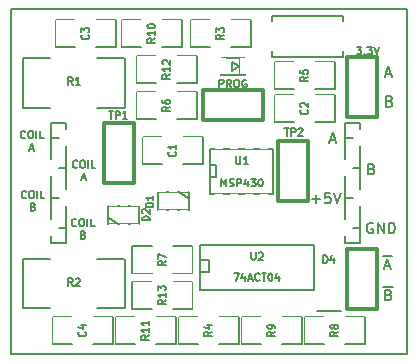
<source format=gto>
G04 (created by PCBNEW (2013-03-10 BZR 3992)-stable) date 3/16/2013 6:13:18 PM*
%MOIN*%
G04 Gerber Fmt 3.4, Leading zero omitted, Abs format*
%FSLAX34Y34*%
G01*
G70*
G90*
G04 APERTURE LIST*
%ADD10C,0.000393701*%
%ADD11C,0.006*%
%ADD12C,0.005*%
%ADD13C,0.008*%
%ADD14C,0.012*%
%ADD15C,0.0026*%
%ADD16C,0.0059*%
%ADD17R,0.031474X0.062974*%
%ADD18R,0.027874X0.052874*%
%ADD19R,0.067874X0.087874*%
%ADD20R,0.062874X0.062874*%
%ADD21C,0.062874*%
%ADD22R,0.0314961X0.0551181*%
%ADD23R,0.066874X0.055074*%
%ADD24R,0.086574X0.125974*%
%ADD25R,0.124409X0.057874*%
%ADD26R,0.11811X0.0944882*%
%ADD27C,0.087874*%
%ADD28R,0.0295276X0.0393701*%
G04 APERTURE END LIST*
G54D10*
G54D11*
X0Y11500D02*
X13200Y11500D01*
X0Y0D02*
X13200Y0D01*
X10200Y1450D02*
X11000Y1450D01*
X2185Y4297D02*
X2173Y4285D01*
X2138Y4273D01*
X2114Y4273D01*
X2078Y4285D01*
X2054Y4309D01*
X2042Y4333D01*
X2030Y4380D01*
X2030Y4416D01*
X2042Y4464D01*
X2054Y4488D01*
X2078Y4511D01*
X2114Y4523D01*
X2138Y4523D01*
X2173Y4511D01*
X2185Y4500D01*
X2340Y4523D02*
X2388Y4523D01*
X2411Y4511D01*
X2435Y4488D01*
X2447Y4440D01*
X2447Y4357D01*
X2435Y4309D01*
X2411Y4285D01*
X2388Y4273D01*
X2340Y4273D01*
X2316Y4285D01*
X2292Y4309D01*
X2280Y4357D01*
X2280Y4440D01*
X2292Y4488D01*
X2316Y4511D01*
X2340Y4523D01*
X2554Y4273D02*
X2554Y4523D01*
X2792Y4273D02*
X2673Y4273D01*
X2673Y4523D01*
X2417Y3994D02*
X2453Y3982D01*
X2465Y3970D01*
X2477Y3947D01*
X2477Y3911D01*
X2465Y3887D01*
X2453Y3875D01*
X2429Y3863D01*
X2334Y3863D01*
X2334Y4113D01*
X2417Y4113D01*
X2441Y4101D01*
X2453Y4090D01*
X2465Y4066D01*
X2465Y4042D01*
X2453Y4018D01*
X2441Y4006D01*
X2417Y3994D01*
X2334Y3994D01*
X2210Y6247D02*
X2198Y6235D01*
X2163Y6223D01*
X2139Y6223D01*
X2103Y6235D01*
X2079Y6259D01*
X2067Y6283D01*
X2055Y6330D01*
X2055Y6366D01*
X2067Y6414D01*
X2079Y6438D01*
X2103Y6461D01*
X2139Y6473D01*
X2163Y6473D01*
X2198Y6461D01*
X2210Y6450D01*
X2365Y6473D02*
X2413Y6473D01*
X2436Y6461D01*
X2460Y6438D01*
X2472Y6390D01*
X2472Y6307D01*
X2460Y6259D01*
X2436Y6235D01*
X2413Y6223D01*
X2365Y6223D01*
X2341Y6235D01*
X2317Y6259D01*
X2305Y6307D01*
X2305Y6390D01*
X2317Y6438D01*
X2341Y6461D01*
X2365Y6473D01*
X2579Y6223D02*
X2579Y6473D01*
X2817Y6223D02*
X2698Y6223D01*
X2698Y6473D01*
X2365Y5885D02*
X2484Y5885D01*
X2341Y5813D02*
X2425Y6063D01*
X2508Y5813D01*
X510Y5222D02*
X498Y5210D01*
X463Y5198D01*
X439Y5198D01*
X403Y5210D01*
X379Y5234D01*
X367Y5258D01*
X355Y5305D01*
X355Y5341D01*
X367Y5389D01*
X379Y5413D01*
X403Y5436D01*
X439Y5448D01*
X463Y5448D01*
X498Y5436D01*
X510Y5425D01*
X665Y5448D02*
X713Y5448D01*
X736Y5436D01*
X760Y5413D01*
X772Y5365D01*
X772Y5282D01*
X760Y5234D01*
X736Y5210D01*
X713Y5198D01*
X665Y5198D01*
X641Y5210D01*
X617Y5234D01*
X605Y5282D01*
X605Y5365D01*
X617Y5413D01*
X641Y5436D01*
X665Y5448D01*
X879Y5198D02*
X879Y5448D01*
X1117Y5198D02*
X998Y5198D01*
X998Y5448D01*
X742Y4919D02*
X778Y4907D01*
X790Y4895D01*
X802Y4872D01*
X802Y4836D01*
X790Y4812D01*
X778Y4800D01*
X754Y4788D01*
X659Y4788D01*
X659Y5038D01*
X742Y5038D01*
X766Y5026D01*
X778Y5015D01*
X790Y4991D01*
X790Y4967D01*
X778Y4943D01*
X766Y4931D01*
X742Y4919D01*
X659Y4919D01*
X485Y7222D02*
X473Y7210D01*
X438Y7198D01*
X414Y7198D01*
X378Y7210D01*
X354Y7234D01*
X342Y7258D01*
X330Y7305D01*
X330Y7341D01*
X342Y7389D01*
X354Y7413D01*
X378Y7436D01*
X414Y7448D01*
X438Y7448D01*
X473Y7436D01*
X485Y7425D01*
X640Y7448D02*
X688Y7448D01*
X711Y7436D01*
X735Y7413D01*
X747Y7365D01*
X747Y7282D01*
X735Y7234D01*
X711Y7210D01*
X688Y7198D01*
X640Y7198D01*
X616Y7210D01*
X592Y7234D01*
X580Y7282D01*
X580Y7365D01*
X592Y7413D01*
X616Y7436D01*
X640Y7448D01*
X854Y7198D02*
X854Y7448D01*
X1092Y7198D02*
X973Y7198D01*
X973Y7448D01*
X640Y6860D02*
X759Y6860D01*
X616Y6788D02*
X700Y7038D01*
X783Y6788D01*
X12625Y8441D02*
X12675Y8425D01*
X12691Y8408D01*
X12708Y8375D01*
X12708Y8325D01*
X12691Y8291D01*
X12675Y8275D01*
X12641Y8258D01*
X12508Y8258D01*
X12508Y8608D01*
X12625Y8608D01*
X12658Y8591D01*
X12675Y8575D01*
X12691Y8541D01*
X12691Y8508D01*
X12675Y8475D01*
X12658Y8458D01*
X12625Y8441D01*
X12508Y8441D01*
X12491Y9358D02*
X12658Y9358D01*
X12458Y9258D02*
X12575Y9608D01*
X12691Y9258D01*
X12600Y1991D02*
X12650Y1975D01*
X12666Y1958D01*
X12683Y1925D01*
X12683Y1875D01*
X12666Y1841D01*
X12650Y1825D01*
X12616Y1808D01*
X12483Y1808D01*
X12483Y2158D01*
X12600Y2158D01*
X12633Y2141D01*
X12650Y2125D01*
X12666Y2091D01*
X12666Y2058D01*
X12650Y2025D01*
X12633Y2008D01*
X12600Y1991D01*
X12483Y1991D01*
X12400Y2250D02*
X12750Y2250D01*
X12466Y2933D02*
X12633Y2933D01*
X12433Y2833D02*
X12550Y3183D01*
X12666Y2833D01*
X12400Y3275D02*
X12700Y3275D01*
X12058Y4366D02*
X12025Y4383D01*
X11975Y4383D01*
X11925Y4366D01*
X11891Y4333D01*
X11875Y4300D01*
X11858Y4233D01*
X11858Y4183D01*
X11875Y4116D01*
X11891Y4083D01*
X11925Y4050D01*
X11975Y4033D01*
X12008Y4033D01*
X12058Y4050D01*
X12075Y4066D01*
X12075Y4183D01*
X12008Y4183D01*
X12225Y4033D02*
X12225Y4383D01*
X12425Y4033D01*
X12425Y4383D01*
X12591Y4033D02*
X12591Y4383D01*
X12675Y4383D01*
X12725Y4366D01*
X12758Y4333D01*
X12775Y4300D01*
X12791Y4233D01*
X12791Y4183D01*
X12775Y4116D01*
X12758Y4083D01*
X12725Y4050D01*
X12675Y4033D01*
X12591Y4033D01*
X10050Y5166D02*
X10316Y5166D01*
X10183Y5033D02*
X10183Y5300D01*
X10650Y5383D02*
X10483Y5383D01*
X10466Y5216D01*
X10483Y5233D01*
X10516Y5250D01*
X10600Y5250D01*
X10633Y5233D01*
X10650Y5216D01*
X10666Y5183D01*
X10666Y5100D01*
X10650Y5066D01*
X10633Y5050D01*
X10600Y5033D01*
X10516Y5033D01*
X10483Y5050D01*
X10466Y5066D01*
X10766Y5383D02*
X10883Y5033D01*
X11000Y5383D01*
X12025Y6191D02*
X12075Y6175D01*
X12091Y6158D01*
X12108Y6125D01*
X12108Y6075D01*
X12091Y6041D01*
X12075Y6025D01*
X12041Y6008D01*
X11908Y6008D01*
X11908Y6358D01*
X12025Y6358D01*
X12058Y6341D01*
X12075Y6325D01*
X12091Y6291D01*
X12091Y6258D01*
X12075Y6225D01*
X12058Y6208D01*
X12025Y6191D01*
X11908Y6191D01*
X10641Y7158D02*
X10808Y7158D01*
X10608Y7058D02*
X10725Y7408D01*
X10841Y7058D01*
X13200Y11500D02*
X13200Y0D01*
X0Y0D02*
X0Y11500D01*
G54D12*
X6650Y5400D02*
X6650Y5350D01*
X6650Y5350D02*
X8750Y5350D01*
X8750Y6850D02*
X6650Y6850D01*
X6650Y6850D02*
X6650Y5400D01*
X6650Y6300D02*
X6850Y6300D01*
X6850Y6300D02*
X6850Y5900D01*
X6850Y5900D02*
X6650Y5900D01*
X8750Y6850D02*
X8750Y5350D01*
G54D13*
X6303Y3655D02*
X10103Y3655D01*
X10103Y3655D02*
X10103Y2155D01*
X10103Y2155D02*
X6303Y2155D01*
X6303Y2155D02*
X6303Y3655D01*
X6303Y3155D02*
X6603Y3155D01*
X6603Y3155D02*
X6603Y2755D01*
X6603Y2755D02*
X6303Y2755D01*
G54D12*
X4400Y7250D02*
X4400Y6350D01*
X4400Y6350D02*
X5050Y6350D01*
X5750Y7250D02*
X6400Y7250D01*
X6400Y7250D02*
X6400Y6350D01*
X6400Y6350D02*
X5750Y6350D01*
X5050Y7250D02*
X4400Y7250D01*
X1400Y1250D02*
X1400Y350D01*
X1400Y350D02*
X2050Y350D01*
X2750Y1250D02*
X3400Y1250D01*
X3400Y1250D02*
X3400Y350D01*
X3400Y350D02*
X2750Y350D01*
X2050Y1250D02*
X1400Y1250D01*
X3500Y1250D02*
X3500Y350D01*
X3500Y350D02*
X4150Y350D01*
X4850Y1250D02*
X5500Y1250D01*
X5500Y1250D02*
X5500Y350D01*
X5500Y350D02*
X4850Y350D01*
X4150Y1250D02*
X3500Y1250D01*
X4054Y2421D02*
X4054Y1521D01*
X4054Y1521D02*
X4704Y1521D01*
X5404Y2421D02*
X6054Y2421D01*
X6054Y2421D02*
X6054Y1521D01*
X6054Y1521D02*
X5404Y1521D01*
X4704Y2421D02*
X4054Y2421D01*
X9700Y350D02*
X9700Y1250D01*
X9700Y1250D02*
X9050Y1250D01*
X8350Y350D02*
X7700Y350D01*
X7700Y350D02*
X7700Y1250D01*
X7700Y1250D02*
X8350Y1250D01*
X9050Y350D02*
X9700Y350D01*
X4054Y3602D02*
X4054Y2702D01*
X4054Y2702D02*
X4704Y2702D01*
X5404Y3602D02*
X6054Y3602D01*
X6054Y3602D02*
X6054Y2702D01*
X6054Y2702D02*
X5404Y2702D01*
X4704Y3602D02*
X4054Y3602D01*
X7600Y350D02*
X7600Y1250D01*
X7600Y1250D02*
X6950Y1250D01*
X6250Y350D02*
X5600Y350D01*
X5600Y350D02*
X5600Y1250D01*
X5600Y1250D02*
X6250Y1250D01*
X6950Y350D02*
X7600Y350D01*
X9800Y1250D02*
X9800Y350D01*
X9800Y350D02*
X10450Y350D01*
X11150Y1250D02*
X11800Y1250D01*
X11800Y1250D02*
X11800Y350D01*
X11800Y350D02*
X11150Y350D01*
X10450Y1250D02*
X9800Y1250D01*
X10800Y7750D02*
X10800Y8650D01*
X10800Y8650D02*
X10150Y8650D01*
X9450Y7750D02*
X8800Y7750D01*
X8800Y7750D02*
X8800Y8650D01*
X8800Y8650D02*
X9450Y8650D01*
X10150Y7750D02*
X10800Y7750D01*
X10800Y8850D02*
X10800Y9750D01*
X10800Y9750D02*
X10150Y9750D01*
X9450Y8850D02*
X8800Y8850D01*
X8800Y8850D02*
X8800Y9750D01*
X8800Y9750D02*
X9450Y9750D01*
X10150Y8850D02*
X10800Y8850D01*
X3500Y10250D02*
X3500Y11150D01*
X3500Y11150D02*
X2850Y11150D01*
X2150Y10250D02*
X1500Y10250D01*
X1500Y10250D02*
X1500Y11150D01*
X1500Y11150D02*
X2150Y11150D01*
X2850Y10250D02*
X3500Y10250D01*
X8000Y10250D02*
X8000Y11150D01*
X8000Y11150D02*
X7350Y11150D01*
X6650Y10250D02*
X6000Y10250D01*
X6000Y10250D02*
X6000Y11150D01*
X6000Y11150D02*
X6650Y11150D01*
X7350Y10250D02*
X8000Y10250D01*
X6200Y7850D02*
X6200Y8750D01*
X6200Y8750D02*
X5550Y8750D01*
X4850Y7850D02*
X4200Y7850D01*
X4200Y7850D02*
X4200Y8750D01*
X4200Y8750D02*
X4850Y8750D01*
X5550Y7850D02*
X6200Y7850D01*
X4200Y9950D02*
X4200Y9050D01*
X4200Y9050D02*
X4850Y9050D01*
X5550Y9950D02*
X6200Y9950D01*
X6200Y9950D02*
X6200Y9050D01*
X6200Y9050D02*
X5550Y9050D01*
X4850Y9950D02*
X4200Y9950D01*
X3700Y11150D02*
X3700Y10250D01*
X3700Y10250D02*
X4350Y10250D01*
X5050Y11150D02*
X5700Y11150D01*
X5700Y11150D02*
X5700Y10250D01*
X5700Y10250D02*
X5050Y10250D01*
X4350Y11150D02*
X3700Y11150D01*
G54D14*
X3100Y7700D02*
X4100Y7700D01*
X4100Y7700D02*
X4100Y5700D01*
X4100Y5700D02*
X3100Y5700D01*
X3100Y5700D02*
X3100Y7700D01*
X8900Y7100D02*
X9900Y7100D01*
X9900Y7100D02*
X9900Y5100D01*
X9900Y5100D02*
X8900Y5100D01*
X8900Y5100D02*
X8900Y7100D01*
X11200Y9900D02*
X12200Y9900D01*
X12200Y9900D02*
X12200Y7900D01*
X12200Y7900D02*
X11200Y7900D01*
X11200Y7900D02*
X11200Y9900D01*
X11200Y3500D02*
X12200Y3500D01*
X12200Y3500D02*
X12200Y1500D01*
X12200Y1500D02*
X11200Y1500D01*
X11200Y1500D02*
X11200Y3500D01*
X6400Y7800D02*
X6400Y8800D01*
X6400Y8800D02*
X8400Y8800D01*
X8400Y8800D02*
X8400Y7800D01*
X8400Y7800D02*
X6400Y7800D01*
G54D15*
X7675Y9875D02*
X7596Y9875D01*
X7596Y9875D02*
X7596Y9325D01*
X7675Y9325D02*
X7596Y9325D01*
X7675Y9875D02*
X7675Y9325D01*
G54D11*
X7793Y9325D02*
X7007Y9325D01*
X7007Y9325D02*
X7007Y9875D01*
X7007Y9875D02*
X7793Y9875D01*
X7793Y9875D02*
X7793Y9325D01*
X7596Y9600D02*
X7361Y9443D01*
X7361Y9443D02*
X7361Y9757D01*
X7361Y9757D02*
X7596Y9600D01*
G54D16*
X3794Y8231D02*
X3794Y9885D01*
X408Y8231D02*
X408Y9885D01*
X1315Y9887D02*
X415Y9887D01*
X415Y8229D02*
X1315Y8229D01*
X2888Y8229D02*
X3788Y8229D01*
X3787Y9887D02*
X2887Y9887D01*
X3794Y1538D02*
X3794Y3192D01*
X408Y1538D02*
X408Y3192D01*
X1315Y3194D02*
X415Y3194D01*
X415Y1536D02*
X1315Y1536D01*
X2888Y1536D02*
X3788Y1536D01*
X3787Y3194D02*
X2887Y3194D01*
G54D11*
X1850Y4200D02*
X1600Y4200D01*
X1350Y5200D02*
X1600Y5200D01*
X1850Y6200D02*
X1600Y6200D01*
X1350Y7200D02*
X1600Y7200D01*
X1850Y7700D02*
X1850Y3700D01*
X1850Y3700D02*
X1350Y3700D01*
X1350Y3700D02*
X1350Y7700D01*
X1350Y7700D02*
X1850Y7700D01*
X11650Y4200D02*
X11400Y4200D01*
X11150Y5200D02*
X11400Y5200D01*
X11650Y6200D02*
X11400Y6200D01*
X11150Y7200D02*
X11400Y7200D01*
X11650Y7700D02*
X11650Y3700D01*
X11650Y3700D02*
X11150Y3700D01*
X11150Y3700D02*
X11150Y7700D01*
X11150Y7700D02*
X11650Y7700D01*
X11081Y11288D02*
X11081Y11092D01*
X11081Y11288D02*
X8718Y11288D01*
X8718Y11288D02*
X8718Y11092D01*
X11081Y9911D02*
X11081Y10107D01*
X11081Y9911D02*
X8718Y9911D01*
X8718Y9911D02*
X8718Y10107D01*
G54D12*
X3575Y4350D02*
X3275Y4550D01*
X4275Y4350D02*
X3250Y4350D01*
X3250Y4350D02*
X3250Y4950D01*
X3250Y4950D02*
X4275Y4950D01*
X4275Y4950D02*
X4275Y4350D01*
X5600Y5400D02*
X5900Y5200D01*
X4900Y5400D02*
X5925Y5400D01*
X5925Y5400D02*
X5925Y4800D01*
X5925Y4800D02*
X4900Y4800D01*
X4900Y4800D02*
X4900Y5400D01*
G54D11*
X7509Y6598D02*
X7509Y6396D01*
X7521Y6372D01*
X7533Y6360D01*
X7557Y6348D01*
X7604Y6348D01*
X7628Y6360D01*
X7640Y6372D01*
X7652Y6396D01*
X7652Y6598D01*
X7902Y6348D02*
X7759Y6348D01*
X7830Y6348D02*
X7830Y6598D01*
X7807Y6563D01*
X7783Y6539D01*
X7759Y6527D01*
X7015Y5598D02*
X7015Y5848D01*
X7098Y5670D01*
X7182Y5848D01*
X7182Y5598D01*
X7289Y5610D02*
X7325Y5598D01*
X7384Y5598D01*
X7408Y5610D01*
X7420Y5622D01*
X7432Y5646D01*
X7432Y5670D01*
X7420Y5694D01*
X7408Y5705D01*
X7384Y5717D01*
X7336Y5729D01*
X7313Y5741D01*
X7301Y5753D01*
X7289Y5777D01*
X7289Y5801D01*
X7301Y5825D01*
X7313Y5836D01*
X7336Y5848D01*
X7396Y5848D01*
X7432Y5836D01*
X7539Y5598D02*
X7539Y5848D01*
X7634Y5848D01*
X7658Y5836D01*
X7670Y5825D01*
X7682Y5801D01*
X7682Y5765D01*
X7670Y5741D01*
X7658Y5729D01*
X7634Y5717D01*
X7539Y5717D01*
X7896Y5765D02*
X7896Y5598D01*
X7836Y5860D02*
X7777Y5682D01*
X7932Y5682D01*
X8003Y5848D02*
X8158Y5848D01*
X8075Y5753D01*
X8110Y5753D01*
X8134Y5741D01*
X8146Y5729D01*
X8158Y5705D01*
X8158Y5646D01*
X8146Y5622D01*
X8134Y5610D01*
X8110Y5598D01*
X8039Y5598D01*
X8015Y5610D01*
X8003Y5622D01*
X8313Y5848D02*
X8336Y5848D01*
X8360Y5836D01*
X8372Y5825D01*
X8384Y5801D01*
X8396Y5753D01*
X8396Y5694D01*
X8384Y5646D01*
X8372Y5622D01*
X8360Y5610D01*
X8336Y5598D01*
X8313Y5598D01*
X8289Y5610D01*
X8277Y5622D01*
X8265Y5646D01*
X8253Y5694D01*
X8253Y5753D01*
X8265Y5801D01*
X8277Y5825D01*
X8289Y5836D01*
X8313Y5848D01*
X8013Y3404D02*
X8013Y3202D01*
X8025Y3178D01*
X8037Y3166D01*
X8061Y3154D01*
X8108Y3154D01*
X8132Y3166D01*
X8144Y3178D01*
X8156Y3202D01*
X8156Y3404D01*
X8263Y3380D02*
X8275Y3392D01*
X8299Y3404D01*
X8358Y3404D01*
X8382Y3392D01*
X8394Y3380D01*
X8406Y3357D01*
X8406Y3333D01*
X8394Y3297D01*
X8251Y3154D01*
X8406Y3154D01*
X7436Y2704D02*
X7602Y2704D01*
X7495Y2454D01*
X7805Y2621D02*
X7805Y2454D01*
X7745Y2716D02*
X7686Y2538D01*
X7840Y2538D01*
X7924Y2526D02*
X8043Y2526D01*
X7900Y2454D02*
X7983Y2704D01*
X8067Y2454D01*
X8293Y2478D02*
X8281Y2466D01*
X8245Y2454D01*
X8221Y2454D01*
X8186Y2466D01*
X8162Y2490D01*
X8150Y2514D01*
X8138Y2561D01*
X8138Y2597D01*
X8150Y2645D01*
X8162Y2669D01*
X8186Y2692D01*
X8221Y2704D01*
X8245Y2704D01*
X8281Y2692D01*
X8293Y2680D01*
X8364Y2704D02*
X8507Y2704D01*
X8436Y2454D02*
X8436Y2704D01*
X8638Y2704D02*
X8662Y2704D01*
X8686Y2692D01*
X8697Y2680D01*
X8709Y2657D01*
X8721Y2609D01*
X8721Y2549D01*
X8709Y2502D01*
X8697Y2478D01*
X8686Y2466D01*
X8662Y2454D01*
X8638Y2454D01*
X8614Y2466D01*
X8602Y2478D01*
X8590Y2502D01*
X8578Y2549D01*
X8578Y2609D01*
X8590Y2657D01*
X8602Y2680D01*
X8614Y2692D01*
X8638Y2704D01*
X8936Y2621D02*
X8936Y2454D01*
X8876Y2716D02*
X8817Y2538D01*
X8971Y2538D01*
X5477Y6758D02*
X5489Y6746D01*
X5501Y6710D01*
X5501Y6686D01*
X5489Y6651D01*
X5465Y6627D01*
X5441Y6615D01*
X5394Y6603D01*
X5358Y6603D01*
X5310Y6615D01*
X5286Y6627D01*
X5263Y6651D01*
X5251Y6686D01*
X5251Y6710D01*
X5263Y6746D01*
X5275Y6758D01*
X5501Y6996D02*
X5501Y6853D01*
X5501Y6925D02*
X5251Y6925D01*
X5286Y6901D01*
X5310Y6877D01*
X5322Y6853D01*
X2477Y758D02*
X2489Y746D01*
X2501Y710D01*
X2501Y686D01*
X2489Y651D01*
X2465Y627D01*
X2441Y615D01*
X2394Y603D01*
X2358Y603D01*
X2310Y615D01*
X2286Y627D01*
X2263Y651D01*
X2251Y686D01*
X2251Y710D01*
X2263Y746D01*
X2275Y758D01*
X2334Y972D02*
X2501Y972D01*
X2239Y913D02*
X2417Y853D01*
X2417Y1008D01*
X4601Y639D02*
X4482Y555D01*
X4601Y496D02*
X4351Y496D01*
X4351Y591D01*
X4363Y615D01*
X4375Y627D01*
X4398Y639D01*
X4434Y639D01*
X4458Y627D01*
X4470Y615D01*
X4482Y591D01*
X4482Y496D01*
X4601Y877D02*
X4601Y734D01*
X4601Y805D02*
X4351Y805D01*
X4386Y782D01*
X4410Y758D01*
X4422Y734D01*
X4601Y1115D02*
X4601Y972D01*
X4601Y1044D02*
X4351Y1044D01*
X4386Y1020D01*
X4410Y996D01*
X4422Y972D01*
X5155Y1810D02*
X5036Y1727D01*
X5155Y1668D02*
X4905Y1668D01*
X4905Y1763D01*
X4917Y1787D01*
X4929Y1799D01*
X4953Y1810D01*
X4988Y1810D01*
X5012Y1799D01*
X5024Y1787D01*
X5036Y1763D01*
X5036Y1668D01*
X5155Y2049D02*
X5155Y1906D01*
X5155Y1977D02*
X4905Y1977D01*
X4941Y1953D01*
X4965Y1929D01*
X4976Y1906D01*
X4905Y2132D02*
X4905Y2287D01*
X5000Y2203D01*
X5000Y2239D01*
X5012Y2263D01*
X5024Y2275D01*
X5048Y2287D01*
X5107Y2287D01*
X5131Y2275D01*
X5143Y2263D01*
X5155Y2239D01*
X5155Y2168D01*
X5143Y2144D01*
X5131Y2132D01*
X8801Y758D02*
X8682Y675D01*
X8801Y615D02*
X8551Y615D01*
X8551Y710D01*
X8563Y734D01*
X8575Y746D01*
X8598Y758D01*
X8634Y758D01*
X8658Y746D01*
X8670Y734D01*
X8682Y710D01*
X8682Y615D01*
X8801Y877D02*
X8801Y925D01*
X8789Y948D01*
X8777Y960D01*
X8741Y984D01*
X8694Y996D01*
X8598Y996D01*
X8575Y984D01*
X8563Y972D01*
X8551Y948D01*
X8551Y901D01*
X8563Y877D01*
X8575Y865D01*
X8598Y853D01*
X8658Y853D01*
X8682Y865D01*
X8694Y877D01*
X8705Y901D01*
X8705Y948D01*
X8694Y972D01*
X8682Y984D01*
X8658Y996D01*
X5155Y3111D02*
X5036Y3027D01*
X5155Y2968D02*
X4905Y2968D01*
X4905Y3063D01*
X4917Y3087D01*
X4929Y3099D01*
X4953Y3111D01*
X4988Y3111D01*
X5012Y3099D01*
X5024Y3087D01*
X5036Y3063D01*
X5036Y2968D01*
X4905Y3194D02*
X4905Y3361D01*
X5155Y3253D01*
X6701Y758D02*
X6582Y675D01*
X6701Y615D02*
X6451Y615D01*
X6451Y710D01*
X6463Y734D01*
X6475Y746D01*
X6498Y758D01*
X6534Y758D01*
X6558Y746D01*
X6570Y734D01*
X6582Y710D01*
X6582Y615D01*
X6534Y972D02*
X6701Y972D01*
X6439Y913D02*
X6617Y853D01*
X6617Y1008D01*
X10901Y758D02*
X10782Y675D01*
X10901Y615D02*
X10651Y615D01*
X10651Y710D01*
X10663Y734D01*
X10675Y746D01*
X10698Y758D01*
X10734Y758D01*
X10758Y746D01*
X10770Y734D01*
X10782Y710D01*
X10782Y615D01*
X10758Y901D02*
X10746Y877D01*
X10734Y865D01*
X10710Y853D01*
X10698Y853D01*
X10675Y865D01*
X10663Y877D01*
X10651Y901D01*
X10651Y948D01*
X10663Y972D01*
X10675Y984D01*
X10698Y996D01*
X10710Y996D01*
X10734Y984D01*
X10746Y972D01*
X10758Y948D01*
X10758Y901D01*
X10770Y877D01*
X10782Y865D01*
X10805Y853D01*
X10853Y853D01*
X10877Y865D01*
X10889Y877D01*
X10901Y901D01*
X10901Y948D01*
X10889Y972D01*
X10877Y984D01*
X10853Y996D01*
X10805Y996D01*
X10782Y984D01*
X10770Y972D01*
X10758Y948D01*
X9877Y8158D02*
X9889Y8146D01*
X9901Y8110D01*
X9901Y8086D01*
X9889Y8051D01*
X9865Y8027D01*
X9841Y8015D01*
X9794Y8003D01*
X9758Y8003D01*
X9710Y8015D01*
X9686Y8027D01*
X9663Y8051D01*
X9651Y8086D01*
X9651Y8110D01*
X9663Y8146D01*
X9675Y8158D01*
X9675Y8253D02*
X9663Y8265D01*
X9651Y8289D01*
X9651Y8348D01*
X9663Y8372D01*
X9675Y8384D01*
X9698Y8396D01*
X9722Y8396D01*
X9758Y8384D01*
X9901Y8241D01*
X9901Y8396D01*
X9901Y9258D02*
X9782Y9175D01*
X9901Y9115D02*
X9651Y9115D01*
X9651Y9210D01*
X9663Y9234D01*
X9675Y9246D01*
X9698Y9258D01*
X9734Y9258D01*
X9758Y9246D01*
X9770Y9234D01*
X9782Y9210D01*
X9782Y9115D01*
X9651Y9484D02*
X9651Y9365D01*
X9770Y9353D01*
X9758Y9365D01*
X9746Y9389D01*
X9746Y9448D01*
X9758Y9472D01*
X9770Y9484D01*
X9794Y9496D01*
X9853Y9496D01*
X9877Y9484D01*
X9889Y9472D01*
X9901Y9448D01*
X9901Y9389D01*
X9889Y9365D01*
X9877Y9353D01*
X2577Y10658D02*
X2589Y10646D01*
X2601Y10610D01*
X2601Y10586D01*
X2589Y10551D01*
X2565Y10527D01*
X2541Y10515D01*
X2494Y10503D01*
X2458Y10503D01*
X2410Y10515D01*
X2386Y10527D01*
X2363Y10551D01*
X2351Y10586D01*
X2351Y10610D01*
X2363Y10646D01*
X2375Y10658D01*
X2351Y10741D02*
X2351Y10896D01*
X2446Y10813D01*
X2446Y10848D01*
X2458Y10872D01*
X2470Y10884D01*
X2494Y10896D01*
X2553Y10896D01*
X2577Y10884D01*
X2589Y10872D01*
X2601Y10848D01*
X2601Y10777D01*
X2589Y10753D01*
X2577Y10741D01*
X7101Y10658D02*
X6982Y10575D01*
X7101Y10515D02*
X6851Y10515D01*
X6851Y10610D01*
X6863Y10634D01*
X6875Y10646D01*
X6898Y10658D01*
X6934Y10658D01*
X6958Y10646D01*
X6970Y10634D01*
X6982Y10610D01*
X6982Y10515D01*
X6851Y10741D02*
X6851Y10896D01*
X6946Y10813D01*
X6946Y10848D01*
X6958Y10872D01*
X6970Y10884D01*
X6994Y10896D01*
X7053Y10896D01*
X7077Y10884D01*
X7089Y10872D01*
X7101Y10848D01*
X7101Y10777D01*
X7089Y10753D01*
X7077Y10741D01*
X5301Y8258D02*
X5182Y8175D01*
X5301Y8115D02*
X5051Y8115D01*
X5051Y8210D01*
X5063Y8234D01*
X5075Y8246D01*
X5098Y8258D01*
X5134Y8258D01*
X5158Y8246D01*
X5170Y8234D01*
X5182Y8210D01*
X5182Y8115D01*
X5051Y8472D02*
X5051Y8425D01*
X5063Y8401D01*
X5075Y8389D01*
X5110Y8365D01*
X5158Y8353D01*
X5253Y8353D01*
X5277Y8365D01*
X5289Y8377D01*
X5301Y8401D01*
X5301Y8448D01*
X5289Y8472D01*
X5277Y8484D01*
X5253Y8496D01*
X5194Y8496D01*
X5170Y8484D01*
X5158Y8472D01*
X5146Y8448D01*
X5146Y8401D01*
X5158Y8377D01*
X5170Y8365D01*
X5194Y8353D01*
X5301Y9339D02*
X5182Y9255D01*
X5301Y9196D02*
X5051Y9196D01*
X5051Y9291D01*
X5063Y9315D01*
X5075Y9327D01*
X5098Y9339D01*
X5134Y9339D01*
X5158Y9327D01*
X5170Y9315D01*
X5182Y9291D01*
X5182Y9196D01*
X5301Y9577D02*
X5301Y9434D01*
X5301Y9505D02*
X5051Y9505D01*
X5086Y9482D01*
X5110Y9458D01*
X5122Y9434D01*
X5075Y9672D02*
X5063Y9684D01*
X5051Y9708D01*
X5051Y9767D01*
X5063Y9791D01*
X5075Y9803D01*
X5098Y9815D01*
X5122Y9815D01*
X5158Y9803D01*
X5301Y9660D01*
X5301Y9815D01*
X4801Y10539D02*
X4682Y10455D01*
X4801Y10396D02*
X4551Y10396D01*
X4551Y10491D01*
X4563Y10515D01*
X4575Y10527D01*
X4598Y10539D01*
X4634Y10539D01*
X4658Y10527D01*
X4670Y10515D01*
X4682Y10491D01*
X4682Y10396D01*
X4801Y10777D02*
X4801Y10634D01*
X4801Y10705D02*
X4551Y10705D01*
X4586Y10682D01*
X4610Y10658D01*
X4622Y10634D01*
X4551Y10932D02*
X4551Y10955D01*
X4563Y10979D01*
X4575Y10991D01*
X4598Y11003D01*
X4646Y11015D01*
X4705Y11015D01*
X4753Y11003D01*
X4777Y10991D01*
X4789Y10979D01*
X4801Y10955D01*
X4801Y10932D01*
X4789Y10908D01*
X4777Y10896D01*
X4753Y10884D01*
X4705Y10872D01*
X4646Y10872D01*
X4598Y10884D01*
X4575Y10896D01*
X4563Y10908D01*
X4551Y10932D01*
X3272Y8104D02*
X3415Y8104D01*
X3344Y7854D02*
X3344Y8104D01*
X3498Y7854D02*
X3498Y8104D01*
X3594Y8104D01*
X3617Y8092D01*
X3629Y8080D01*
X3641Y8057D01*
X3641Y8021D01*
X3629Y7997D01*
X3617Y7985D01*
X3594Y7973D01*
X3498Y7973D01*
X3879Y7854D02*
X3736Y7854D01*
X3808Y7854D02*
X3808Y8104D01*
X3784Y8069D01*
X3760Y8045D01*
X3736Y8033D01*
X9119Y7540D02*
X9262Y7540D01*
X9191Y7290D02*
X9191Y7540D01*
X9346Y7290D02*
X9346Y7540D01*
X9441Y7540D01*
X9465Y7528D01*
X9477Y7516D01*
X9489Y7492D01*
X9489Y7456D01*
X9477Y7433D01*
X9465Y7421D01*
X9441Y7409D01*
X9346Y7409D01*
X9584Y7516D02*
X9596Y7528D01*
X9619Y7540D01*
X9679Y7540D01*
X9703Y7528D01*
X9715Y7516D01*
X9727Y7492D01*
X9727Y7468D01*
X9715Y7433D01*
X9572Y7290D01*
X9727Y7290D01*
X11530Y10248D02*
X11685Y10248D01*
X11602Y10153D01*
X11638Y10153D01*
X11661Y10141D01*
X11673Y10129D01*
X11685Y10105D01*
X11685Y10046D01*
X11673Y10022D01*
X11661Y10010D01*
X11638Y9998D01*
X11566Y9998D01*
X11542Y10010D01*
X11530Y10022D01*
X11792Y10022D02*
X11804Y10010D01*
X11792Y9998D01*
X11780Y10010D01*
X11792Y10022D01*
X11792Y9998D01*
X11888Y10248D02*
X12042Y10248D01*
X11959Y10153D01*
X11995Y10153D01*
X12019Y10141D01*
X12030Y10129D01*
X12042Y10105D01*
X12042Y10046D01*
X12030Y10022D01*
X12019Y10010D01*
X11995Y9998D01*
X11923Y9998D01*
X11900Y10010D01*
X11888Y10022D01*
X12114Y10248D02*
X12197Y9998D01*
X12280Y10248D01*
X6953Y8907D02*
X6953Y9157D01*
X7048Y9157D01*
X7072Y9145D01*
X7084Y9133D01*
X7096Y9109D01*
X7096Y9074D01*
X7084Y9050D01*
X7072Y9038D01*
X7048Y9026D01*
X6953Y9026D01*
X7346Y8907D02*
X7263Y9026D01*
X7203Y8907D02*
X7203Y9157D01*
X7298Y9157D01*
X7322Y9145D01*
X7334Y9133D01*
X7346Y9109D01*
X7346Y9074D01*
X7334Y9050D01*
X7322Y9038D01*
X7298Y9026D01*
X7203Y9026D01*
X7501Y9157D02*
X7548Y9157D01*
X7572Y9145D01*
X7596Y9121D01*
X7608Y9074D01*
X7608Y8990D01*
X7596Y8943D01*
X7572Y8919D01*
X7548Y8907D01*
X7501Y8907D01*
X7477Y8919D01*
X7453Y8943D01*
X7441Y8990D01*
X7441Y9074D01*
X7453Y9121D01*
X7477Y9145D01*
X7501Y9157D01*
X7846Y9145D02*
X7822Y9157D01*
X7786Y9157D01*
X7751Y9145D01*
X7727Y9121D01*
X7715Y9097D01*
X7703Y9050D01*
X7703Y9014D01*
X7715Y8966D01*
X7727Y8943D01*
X7751Y8919D01*
X7786Y8907D01*
X7810Y8907D01*
X7846Y8919D01*
X7858Y8931D01*
X7858Y9014D01*
X7810Y9014D01*
X10415Y3048D02*
X10415Y3298D01*
X10475Y3298D01*
X10510Y3286D01*
X10534Y3263D01*
X10546Y3239D01*
X10558Y3191D01*
X10558Y3155D01*
X10546Y3108D01*
X10534Y3084D01*
X10510Y3060D01*
X10475Y3048D01*
X10415Y3048D01*
X10772Y3215D02*
X10772Y3048D01*
X10713Y3310D02*
X10653Y3132D01*
X10808Y3132D01*
X2063Y8984D02*
X1980Y9103D01*
X1920Y8984D02*
X1920Y9234D01*
X2016Y9234D01*
X2040Y9222D01*
X2051Y9210D01*
X2063Y9187D01*
X2063Y9151D01*
X2051Y9127D01*
X2040Y9115D01*
X2016Y9103D01*
X1920Y9103D01*
X2301Y8984D02*
X2159Y8984D01*
X2230Y8984D02*
X2230Y9234D01*
X2206Y9198D01*
X2182Y9175D01*
X2159Y9163D01*
X2063Y2291D02*
X1980Y2410D01*
X1920Y2291D02*
X1920Y2541D01*
X2016Y2541D01*
X2040Y2529D01*
X2051Y2517D01*
X2063Y2494D01*
X2063Y2458D01*
X2051Y2434D01*
X2040Y2422D01*
X2016Y2410D01*
X1920Y2410D01*
X2159Y2517D02*
X2170Y2529D01*
X2194Y2541D01*
X2254Y2541D01*
X2278Y2529D01*
X2290Y2517D01*
X2301Y2494D01*
X2301Y2470D01*
X2290Y2434D01*
X2147Y2291D01*
X2301Y2291D01*
X4626Y4465D02*
X4376Y4465D01*
X4376Y4525D01*
X4388Y4560D01*
X4411Y4584D01*
X4435Y4596D01*
X4483Y4608D01*
X4519Y4608D01*
X4566Y4596D01*
X4590Y4584D01*
X4614Y4560D01*
X4626Y4525D01*
X4626Y4465D01*
X4400Y4703D02*
X4388Y4715D01*
X4376Y4739D01*
X4376Y4798D01*
X4388Y4822D01*
X4400Y4834D01*
X4423Y4846D01*
X4447Y4846D01*
X4483Y4834D01*
X4626Y4691D01*
X4626Y4846D01*
X4751Y4915D02*
X4501Y4915D01*
X4501Y4975D01*
X4513Y5010D01*
X4536Y5034D01*
X4560Y5046D01*
X4608Y5058D01*
X4644Y5058D01*
X4691Y5046D01*
X4715Y5034D01*
X4739Y5010D01*
X4751Y4975D01*
X4751Y4915D01*
X4751Y5296D02*
X4751Y5153D01*
X4751Y5225D02*
X4501Y5225D01*
X4536Y5201D01*
X4560Y5177D01*
X4572Y5153D01*
%LPC*%
G54D17*
X6950Y7150D03*
X6950Y5050D03*
X7450Y7150D03*
X7950Y7150D03*
X8450Y7150D03*
X7450Y5050D03*
X7950Y5050D03*
X8450Y5050D03*
G54D18*
X6703Y1855D03*
X7203Y1855D03*
X7703Y1855D03*
X8203Y1855D03*
X8703Y1855D03*
X9203Y1855D03*
X9703Y1855D03*
X9703Y3955D03*
X9203Y3955D03*
X8703Y3955D03*
X8203Y3955D03*
X7703Y3955D03*
X7203Y3955D03*
X6703Y3955D03*
G54D19*
X4750Y6800D03*
X6050Y6800D03*
X1750Y800D03*
X3050Y800D03*
X3850Y800D03*
X5150Y800D03*
X4404Y1971D03*
X5704Y1971D03*
X9350Y800D03*
X8050Y800D03*
X4404Y3152D03*
X5704Y3152D03*
X7250Y800D03*
X5950Y800D03*
X10150Y800D03*
X11450Y800D03*
X10450Y8200D03*
X9150Y8200D03*
X10450Y9300D03*
X9150Y9300D03*
X3150Y10700D03*
X1850Y10700D03*
X7650Y10700D03*
X6350Y10700D03*
X5850Y8300D03*
X4550Y8300D03*
X4550Y9500D03*
X5850Y9500D03*
X4050Y10700D03*
X5350Y10700D03*
G54D20*
X3600Y7200D03*
G54D21*
X3600Y6200D03*
G54D20*
X9400Y6600D03*
G54D21*
X9400Y5600D03*
G54D20*
X11700Y9400D03*
G54D21*
X11700Y8400D03*
G54D20*
X11700Y3000D03*
G54D21*
X11700Y2000D03*
G54D20*
X6900Y8300D03*
G54D21*
X7900Y8300D03*
G54D22*
X10787Y1845D03*
X10787Y2554D03*
X10412Y2554D03*
X10412Y1845D03*
G54D23*
X6830Y9600D03*
X7970Y9600D03*
G54D24*
X3282Y9058D03*
X920Y9058D03*
X3282Y2365D03*
X920Y2365D03*
G54D25*
X954Y4200D03*
X2245Y5200D03*
X2245Y7200D03*
X954Y6200D03*
X10754Y4200D03*
X12045Y5200D03*
X12045Y7200D03*
X10754Y6200D03*
G54D26*
X10844Y10600D03*
X8955Y10600D03*
G54D27*
X700Y700D03*
X700Y10800D03*
X12500Y700D03*
X12500Y10800D03*
G54D28*
X3400Y5150D03*
X3775Y5150D03*
X4150Y5150D03*
X4150Y4150D03*
X3775Y4150D03*
X3400Y4150D03*
X5775Y4600D03*
X5400Y4600D03*
X5025Y4600D03*
X5025Y5600D03*
X5400Y5600D03*
X5775Y5600D03*
M02*

</source>
